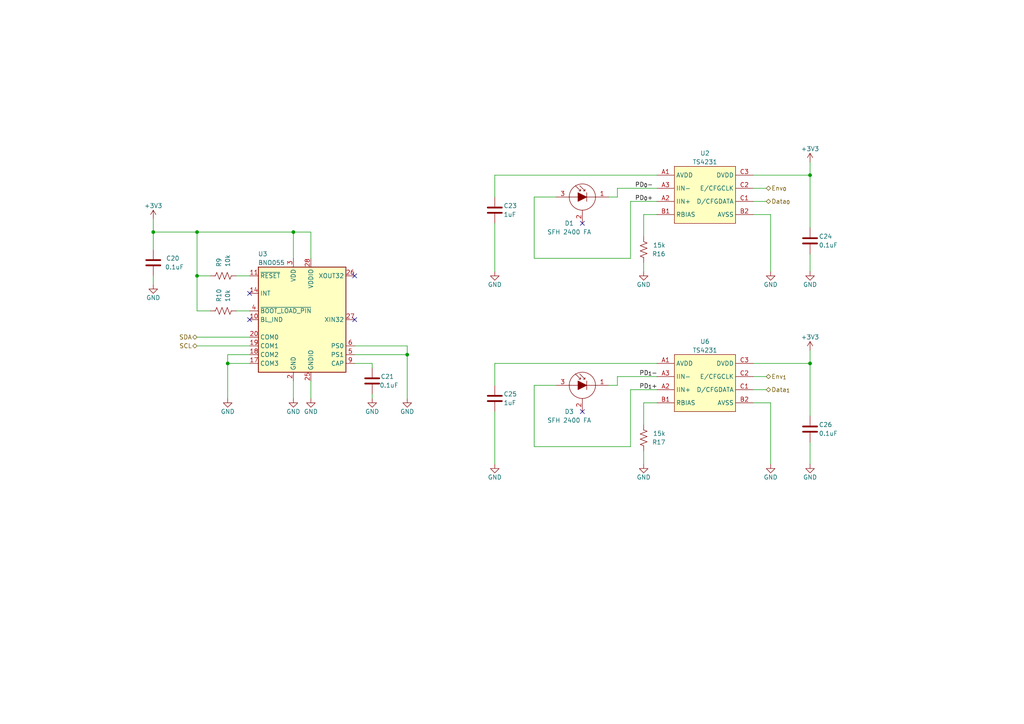
<source format=kicad_sch>
(kicad_sch (version 20231120) (generator "eeschema") (generator_version "8.0")
  (paper "A4")
  (title_block (title "Headstage-16Stim") (rev "B") (company "Open Ephys, Inc") (comment 1 "Jonathan P. Newman"))
  (lib_symbols
    (symbol "Device:C" (pin_numbers hide) (pin_names (offset 0.254))
      (property "Reference" "C" (at 0.635 2.54 0))
      (property "Value" "C" (at 0.635 -2.54 0))
      (symbol "C_0_1"
        (polyline (pts (xy -2.032 -0.762) (xy 2.032 -0.762)) (stroke (width 0.508)))
        (polyline (pts (xy -2.032 0.762) (xy 2.032 0.762)) (stroke (width 0.508)))
      )
      (symbol "C_1_1"
        (pin passive line (at 0 3.81 270) (length 2.794) (name "~") (number "1"))
        (pin passive line (at 0 -3.81 90) (length 2.794) (name "~") (number "2"))
      )
    )
    (symbol "Device:R_US" (pin_numbers hide) (pin_names (offset 0))
      (property "Reference" "R" (at 2.54 0 90))
      (property "Value" "R_US" (at -2.54 0 90))
      (symbol "R_US_0_1"
        (polyline (pts (xy 0 -2.286) (xy 0 -2.54)))
        (polyline (pts (xy 0 2.286) (xy 0 2.54)))
        (polyline (pts (xy 0 -0.762) (xy 1.016 -1.143) (xy 0 -1.524) (xy -1.016 -1.905) (xy 0 -2.286)))
        (polyline (pts (xy 0 0.762) (xy 1.016 0.381) (xy 0 0) (xy -1.016 -0.381) (xy 0 -0.762)))
        (polyline (pts (xy 0 2.286) (xy 1.016 1.905) (xy 0 1.524) (xy -1.016 1.143) (xy 0 0.762)))
      )
      (symbol "R_US_1_1"
        (pin passive line (at 0 3.81 270) (length 1.27) (name "~") (number "1"))
        (pin passive line (at 0 -3.81 90) (length 1.27) (name "~") (number "2"))
      )
    )
    (symbol "Sensor_Motion:BNO055"
      (property "Reference" "U" (at -11.43 16.51 0))
      (property "Value" "BNO055" (at 12.7 16.51 0))
      (symbol "BNO055_0_1"
        (rectangle (start -12.7 15.24) (end 12.7 -15.24) (stroke (width 0.254)) (fill (type background)))
      )
      (symbol "BNO055_1_1"
        (pin no_connect line (at -12.7 10.16 0) (length 2.54) hide (name "PIN1") (number "1"))
        (pin output line (at -15.24 0 0) (length 2.54) (name "BL_IND") (number "10"))
        (pin input line (at -15.24 12.7 0) (length 2.54) (name "~{RESET}") (number "11"))
        (pin no_connect line (at 12.7 10.16 180) (length 2.54) hide (name "PIN12") (number "12"))
        (pin no_connect line (at 12.7 7.62 180) (length 2.54) hide (name "PIN13") (number "13"))
        (pin output line (at -15.24 7.62 0) (length 2.54) (name "INT") (number "14"))
        (pin passive line (at 2.54 -17.78 90) (length 2.54) hide (name "GNDIO") (number "15"))
        (pin passive line (at 2.54 -17.78 90) (length 2.54) hide (name "GNDIO") (number "16"))
        (pin input line (at -15.24 -12.7 0) (length 2.54) (name "COM3") (number "17"))
        (pin bidirectional line (at -15.24 -10.16 0) (length 2.54) (name "COM2") (number "18"))
        (pin bidirectional line (at -15.24 -7.62 0) (length 2.54) (name "COM1") (number "19"))
        (pin power_in line (at -2.54 -17.78 90) (length 2.54) (name "GND") (number "2"))
        (pin bidirectional line (at -15.24 -5.08 0) (length 2.54) (name "COM0") (number "20"))
        (pin no_connect line (at 12.7 5.08 180) (length 2.54) hide (name "PIN21") (number "21"))
        (pin no_connect line (at 12.7 2.54 180) (length 2.54) hide (name "PIN22") (number "22"))
        (pin no_connect line (at 12.7 -2.54 180) (length 2.54) hide (name "PIN23") (number "23"))
        (pin no_connect line (at 12.7 -5.08 180) (length 2.54) hide (name "PIN24") (number "24"))
        (pin power_in line (at 2.54 -17.78 90) (length 2.54) (name "GNDIO") (number "25"))
        (pin output line (at 15.24 12.7 180) (length 2.54) (name "XOUT32") (number "26"))
        (pin input line (at 15.24 0 180) (length 2.54) (name "XIN32") (number "27"))
        (pin power_in line (at 2.54 17.78 270) (length 2.54) (name "VDDIO") (number "28"))
        (pin power_in line (at -2.54 17.78 270) (length 2.54) (name "VDD") (number "3"))
        (pin input line (at -15.24 2.54 0) (length 2.54) (name "~{BOOT_LOAD_PIN}") (number "4"))
        (pin input line (at 15.24 -10.16 180) (length 2.54) (name "PS1") (number "5"))
        (pin input line (at 15.24 -7.62 180) (length 2.54) (name "PS0") (number "6"))
        (pin no_connect line (at -12.7 5.08 0) (length 2.54) hide (name "PIN7") (number "7"))
        (pin no_connect line (at -12.7 -2.54 0) (length 2.54) hide (name "PIN8") (number "8"))
        (pin passive line (at 15.24 -12.7 180) (length 2.54) (name "CAP") (number "9"))
      )
    )
    (symbol "Sensor_Optical:S5973" (pin_names (offset 0.254) hide)
      (property "Reference" "D" (at 2.54 -5.08 0))
      (property "Value" "S5973" (at 5.08 5.08 0))
      (symbol "S5973_0_0"
        (pin passive line (at 0 -7.62 90) (length 3.81) (name "C") (number "2"))
      )
      (symbol "S5973_0_1"
        (polyline (pts (xy -1.27 0) (xy -3.81 0)))
        (polyline (pts (xy -1.27 1.27) (xy -1.27 -1.27)) (stroke (width 0.1524)))
        (polyline (pts (xy -0.762 1.778) (xy -0.254 1.778)))
        (polyline (pts (xy 3.81 0) (xy 1.27 0)))
        (polyline (pts (xy 0.762 3.302) (xy -0.762 1.778) (xy -0.762 2.286)))
        (polyline (pts (xy -1.27 0) (xy 1.27 1.27) (xy 1.27 -1.27) (xy -1.27 0)) (fill (type outline)))
        (polyline (pts (xy 2.032 3.302) (xy 0.508 1.778) (xy 0.508 2.286) (xy 0.508 1.778) (xy 1.016 1.778)))
        (circle (center 0 0) (radius 3.81))
      )
      (symbol "S5973_1_1"
        (pin passive line (at -7.62 0 0) (length 3.81) (name "K") (number "1"))
        (pin passive line (at 7.62 0 180) (length 3.81) (name "A") (number "3"))
      )
    )
    (symbol "jonnew:TS4231"
      (property "Reference" "U" (at 0 12.7 0))
      (property "Value" "TS4231" (at 0 10.16 0))
      (symbol "TS4231_0_1"
        (rectangle (start -8.89 8.89) (end 8.89 -7.62) (stroke (width 0.1524)) (fill (type background)))
      )
      (symbol "TS4231_1_1"
        (pin passive line (at -13.97 6.35 0) (length 5.08) (name "AVDD") (number "A1"))
        (pin input line (at -13.97 -1.27 0) (length 5.08) (name "IIN+") (number "A2"))
        (pin input line (at -13.97 2.54 0) (length 5.08) (name "IIN-") (number "A3"))
        (pin passive line (at -13.97 -5.08 0) (length 5.08) (name "RBIAS") (number "B1"))
        (pin power_in line (at 13.97 -5.08 180) (length 5.08) (name "AVSS") (number "B2"))
        (pin passive line (at 13.97 -5.08 180) (length 5.08) hide (name "AVSS") (number "B3"))
        (pin input line (at 13.97 -1.27 180) (length 5.08) (name "D/CFGDATA") (number "C1"))
        (pin input line (at 13.97 2.54 180) (length 5.08) (name "E/CFGCLK") (number "C2"))
        (pin power_in line (at 13.97 6.35 180) (length 5.08) (name "DVDD") (number "C3"))
      )
    )
    (symbol "power:+3.3V" (power) (pin_names (offset 0))
      (property "Value" "+3.3V" (at 0 3.556 0))
      (symbol "+3.3V_0_1"
        (polyline (pts (xy -0.762 1.27) (xy 0 2.54)))
        (polyline (pts (xy 0 0) (xy 0 2.54)))
        (polyline (pts (xy 0 2.54) (xy 0.762 1.27)))
      )
      (symbol "+3.3V_1_1"
        (pin power_in line (at 0 0 90) (length 0) hide (name "+3V3") (number "1"))
      )
    )
    (symbol "power:GND" (power) (pin_names (offset 0))
      (property "Value" "GND" (at 0 -3.81 0))
      (symbol "GND_0_1"
        (polyline (pts (xy 0 0) (xy 0 -1.27) (xy 1.27 -1.27) (xy 0 -2.54) (xy -1.27 -1.27) (xy 0 -1.27)))
      )
      (symbol "GND_1_1"
        (pin power_in line (at 0 0 270) (length 0) hide (name "GND") (number "1"))
      )
    )
  )
  (junction (at 57.15 80.01))
  (junction (at 66.04 105.41))
  (junction (at 57.15 67.31))
  (junction (at 118.11 102.87))
  (junction (at 234.95 50.8))
  (junction (at 85.09 67.31))
  (junction (at 234.95 105.41))
  (junction (at 44.45 67.31))
  (no_connect (at 102.87 80.01))
  (no_connect (at 102.87 92.71))
  (no_connect (at 72.39 92.71))
  (no_connect (at 72.39 85.09))
  (no_connect (at 168.91 64.77))
  (no_connect (at 168.91 119.38))
  (wire (pts (xy 186.69 78.74) (xy 186.69 76.2)))
  (wire (pts (xy 218.44 113.03) (xy 222.25 113.03)))
  (wire (pts (xy 186.69 62.23) (xy 190.5 62.23)))
  (wire (pts (xy 179.07 109.22) (xy 179.07 111.76)))
  (wire (pts (xy 223.52 62.23) (xy 223.52 78.74)))
  (wire (pts (xy 186.69 134.62) (xy 186.69 130.81)))
  (wire (pts (xy 118.11 115.57) (xy 118.11 102.87)))
  (wire (pts (xy 102.87 100.33) (xy 118.11 100.33)))
  (wire (pts (xy 118.11 102.87) (xy 118.11 100.33)))
  (wire (pts (xy 182.88 113.03) (xy 190.5 113.03)))
  (wire (pts (xy 154.94 111.76) (xy 161.29 111.76)))
  (wire (pts (xy 218.44 109.22) (xy 222.25 109.22)))
  (wire (pts (xy 190.5 54.61) (xy 179.07 54.61)))
  (wire (pts (xy 218.44 62.23) (xy 223.52 62.23)))
  (wire (pts (xy 143.51 64.77) (xy 143.51 78.74)))
  (wire (pts (xy 85.09 67.31) (xy 90.17 67.31)))
  (wire (pts (xy 143.51 57.15) (xy 143.51 50.8)))
  (wire (pts (xy 57.15 67.31) (xy 57.15 80.01)))
  (wire (pts (xy 60.96 80.01) (xy 57.15 80.01)))
  (wire (pts (xy 182.88 74.93) (xy 182.88 58.42)))
  (wire (pts (xy 57.15 67.31) (xy 85.09 67.31)))
  (wire (pts (xy 102.87 102.87) (xy 118.11 102.87)))
  (wire (pts (xy 179.07 54.61) (xy 179.07 57.15)))
  (wire (pts (xy 186.69 68.58) (xy 186.69 62.23)))
  (wire (pts (xy 179.07 109.22) (xy 190.5 109.22)))
  (wire (pts (xy 234.95 128.27) (xy 234.95 134.62)))
  (wire (pts (xy 154.94 74.93) (xy 154.94 57.15)))
  (wire (pts (xy 154.94 129.54) (xy 182.88 129.54)))
  (wire (pts (xy 102.87 105.41) (xy 107.95 105.41)))
  (wire (pts (xy 107.95 105.41) (xy 107.95 106.68)))
  (wire (pts (xy 57.15 80.01) (xy 57.15 90.17)))
  (wire (pts (xy 60.96 90.17) (xy 57.15 90.17)))
  (wire (pts (xy 66.04 102.87) (xy 66.04 105.41)))
  (wire (pts (xy 72.39 102.87) (xy 66.04 102.87)))
  (wire (pts (xy 234.95 73.66) (xy 234.95 78.74)))
  (wire (pts (xy 85.09 74.93) (xy 85.09 67.31)))
  (wire (pts (xy 44.45 67.31) (xy 57.15 67.31)))
  (wire (pts (xy 44.45 67.31) (xy 44.45 72.39)))
  (wire (pts (xy 218.44 50.8) (xy 234.95 50.8)))
  (wire (pts (xy 182.88 58.42) (xy 190.5 58.42)))
  (wire (pts (xy 143.51 105.41) (xy 190.5 105.41)))
  (wire (pts (xy 143.51 50.8) (xy 190.5 50.8)))
  (wire (pts (xy 234.95 50.8) (xy 234.95 66.04)))
  (wire (pts (xy 68.58 80.01) (xy 72.39 80.01)))
  (wire (pts (xy 143.51 111.76) (xy 143.51 105.41)))
  (wire (pts (xy 90.17 74.93) (xy 90.17 67.31)))
  (wire (pts (xy 223.52 116.84) (xy 223.52 134.62)))
  (wire (pts (xy 234.95 105.41) (xy 234.95 120.65)))
  (wire (pts (xy 154.94 111.76) (xy 154.94 129.54)))
  (wire (pts (xy 176.53 111.76) (xy 179.07 111.76)))
  (wire (pts (xy 186.69 116.84) (xy 190.5 116.84)))
  (wire (pts (xy 72.39 97.79) (xy 57.15 97.79)))
  (wire (pts (xy 44.45 80.01) (xy 44.45 82.55)))
  (wire (pts (xy 143.51 119.38) (xy 143.51 134.62)))
  (wire (pts (xy 218.44 58.42) (xy 222.25 58.42)))
  (wire (pts (xy 154.94 57.15) (xy 161.29 57.15)))
  (wire (pts (xy 218.44 54.61) (xy 222.25 54.61)))
  (wire (pts (xy 234.95 101.6) (xy 234.95 105.41)))
  (wire (pts (xy 90.17 110.49) (xy 90.17 115.57)))
  (wire (pts (xy 57.15 100.33) (xy 72.39 100.33)))
  (wire (pts (xy 68.58 90.17) (xy 72.39 90.17)))
  (wire (pts (xy 186.69 123.19) (xy 186.69 116.84)))
  (wire (pts (xy 218.44 105.41) (xy 234.95 105.41)))
  (wire (pts (xy 234.95 46.99) (xy 234.95 50.8)))
  (wire (pts (xy 218.44 116.84) (xy 223.52 116.84)))
  (wire (pts (xy 44.45 63.5) (xy 44.45 67.31)))
  (wire (pts (xy 85.09 110.49) (xy 85.09 115.57)))
  (wire (pts (xy 107.95 114.3) (xy 107.95 115.57)))
  (wire (pts (xy 182.88 129.54) (xy 182.88 113.03)))
  (wire (pts (xy 154.94 74.93) (xy 182.88 74.93)))
  (wire (pts (xy 176.53 57.15) (xy 179.07 57.15)))
  (wire (pts (xy 66.04 105.41) (xy 66.04 115.57)))
  (wire (pts (xy 72.39 105.41) (xy 66.04 105.41)))
  (label "PD_{1}-" (at 185.42 109.22 0))
  (label "PD_{1}+" (at 185.42 113.03 0))
  (label "PD_{0}+" (at 184.15 58.42 0))
  (label "PD_{0}-" (at 184.15 54.61 0))
  (hierarchical_label "SCL" (shape bidirectional) (at 57.15 100.33 180))
  (hierarchical_label "Env_{0}" (shape bidirectional) (at 222.25 54.61 0))
  (hierarchical_label "Data_{0}" (shape bidirectional) (at 222.25 58.42 0))
  (hierarchical_label "Data_{1}" (shape bidirectional) (at 222.25 113.03 0))
  (hierarchical_label "Env_{1}" (shape bidirectional) (at 222.25 109.22 0))
  (hierarchical_label "SDA" (shape bidirectional) (at 57.15 97.79 180))
  (symbol (lib_id "power:GND") (at 186.69 134.62 0) (unit 1)
    (property "Reference" "#PWR0165" (effects (hide yes)))
    (property "Value" "GND" (at 186.69 138.43 0))
  )
  (symbol (lib_id "Sensor_Optical:S5973") (at 168.91 57.15 0) (mirror y) (unit 1)
    (property "Reference" "D1" (at 165.1 64.77 0))
    (property "Value" "SFH 2400 FA" (at 165.1 67.31 0))
    (property "Footprint" "jonnew:OSRAM_SFH2400FA-Tight" (effects (hide yes)))
    (property "Datasheet" "https://www.hamamatsu.com/resources/pdf/ssd/s5971_etc_kpin1025e.pdf" (effects (hide yes)))
  )
  (symbol (lib_id "power:GND") (at 44.45 82.55 0) (unit 1)
    (property "Reference" "#PWR0170" (effects (hide yes)))
    (property "Value" "GND" (at 44.45 86.36 0))
  )
  (symbol (lib_id "Device:R_US") (at 186.69 72.39 180) (unit 1)
    (property "Reference" "R16" (at 193.04 73.66 0) (effects (justify left)))
    (property "Value" "15k" (at 193.04 71.12 0) (effects (justify left)))
    (property "Footprint" "Resistor_SMD:R_0201_0603Metric" (effects (hide yes)))
  )
  (symbol (lib_id "Device:R_US") (at 64.77 80.01 90) (unit 1)
    (property "Reference" "R9" (at 63.5 77.47 0) (effects (justify left)))
    (property "Value" "10k" (at 66.04 77.47 0) (effects (justify left)))
    (property "Footprint" "Resistor_SMD:R_0201_0603Metric" (effects (hide yes)))
  )
  (symbol (lib_id "Device:C") (at 234.95 124.46 0) (mirror x) (unit 1)
    (property "Reference" "C26" (at 237.49 123.19 0) (effects (justify left)))
    (property "Value" "0.1uF" (at 237.49 125.73 0) (effects (justify left)))
    (property "Footprint" "Capacitor_SMD:C_0201_0603Metric" (effects (hide yes)))
    (property "TempCo" "X7R" (effects (hide yes)))
    (property "Voltage" "16V" (effects (hide yes)))
  )
  (symbol (lib_id "power:GND") (at 223.52 134.62 0) (unit 1)
    (property "Reference" "#PWR0118" (effects (hide yes)))
    (property "Value" "GND" (at 223.52 138.43 0))
  )
  (symbol (lib_id "Device:C") (at 107.95 110.49 180) (unit 1)
    (property "Reference" "C21" (at 114.3 109.22 0) (effects (justify left)))
    (property "Value" "0.1uF" (at 115.57 111.76 0) (effects (justify left)))
    (property "Footprint" "Capacitor_SMD:C_0201_0603Metric" (effects (hide yes)))
    (property "TempCo" "X7R" (effects (hide yes)))
    (property "Voltage" "16V" (effects (hide yes)))
  )
  (symbol (lib_id "power:GND") (at 234.95 134.62 0) (unit 1)
    (property "Reference" "#PWR0119" (effects (hide yes)))
    (property "Value" "GND" (at 234.95 138.43 0))
  )
  (symbol (lib_id "Device:C") (at 143.51 60.96 0) (unit 1)
    (property "Reference" "C23" (at 146.05 59.69 0) (effects (justify left)))
    (property "Value" "1uF" (at 146.05 62.23 0) (effects (justify left)))
    (property "Footprint" "Capacitor_SMD:C_0402_1005Metric" (effects (hide yes)))
    (property "TempCo" "X5R" (effects (hide yes)))
    (property "Voltage" "16V" (effects (hide yes)))
  )
  (symbol (lib_id "power:+3.3V") (at 234.95 46.99 0) (mirror y) (unit 1)
    (property "Reference" "#PWR0152" (effects (hide yes)))
    (property "Value" "+3V3" (at 234.95 43.18 0))
  )
  (symbol (lib_id "power:+3.3V") (at 44.45 63.5 0) (unit 1)
    (property "Reference" "#PWR0168" (effects (hide yes)))
    (property "Value" "+3V3" (at 44.45 59.69 0))
  )
  (symbol (lib_id "power:GND") (at 143.51 78.74 0) (unit 1)
    (property "Reference" "#PWR0154" (effects (hide yes)))
    (property "Value" "GND" (at 143.51 82.55 0))
  )
  (symbol (lib_id "power:GND") (at 107.95 115.57 0) (unit 1)
    (property "Reference" "#PWR0110" (effects (hide yes)))
    (property "Value" "GND" (at 107.95 119.38 0))
  )
  (symbol (lib_id "Sensor_Motion:BNO055") (at 87.63 92.71 0) (unit 1)
    (property "Reference" "U3" (at 76.2 73.66 0))
    (property "Value" "BNO055" (at 78.74 76.2 0))
    (property "Footprint" "Package_LGA:LGA-28_5.2x3.8mm_P0.5mm" (effects (hide yes)))
    (property "Datasheet" "https://ae-bst.resource.bosch.com/media/_tech/media/datasheets/BST_BNO055_DS000_14.pdf" (effects (hide yes)))
  )
  (symbol (lib_id "jonnew:TS4231") (at 204.47 57.15 0) (unit 1)
    (property "Reference" "U2" (at 204.47 44.45 0))
    (property "Value" "TS4231" (at 204.47 46.99 0))
    (property "Footprint" "jonnew:TRIAD_BGA-9_3x3_1.7x1.7mm" (effects (hide yes)))
  )
  (symbol (lib_id "Device:R_US") (at 186.69 127 180) (unit 1)
    (property "Reference" "R17" (at 193.04 128.27 0) (effects (justify left)))
    (property "Value" "15k" (at 193.04 125.73 0) (effects (justify left)))
    (property "Footprint" "Resistor_SMD:R_0201_0603Metric" (effects (hide yes)))
  )
  (symbol (lib_id "Device:C") (at 234.95 69.85 0) (mirror x) (unit 1)
    (property "Reference" "C24" (at 237.49 68.58 0) (effects (justify left)))
    (property "Value" "0.1uF" (at 237.49 71.12 0) (effects (justify left)))
    (property "Footprint" "Capacitor_SMD:C_0201_0603Metric" (effects (hide yes)))
    (property "TempCo" "X7R" (effects (hide yes)))
    (property "Voltage" "16V" (effects (hide yes)))
  )
  (symbol (lib_id "power:GND") (at 85.09 115.57 0) (unit 1)
    (property "Reference" "#PWR0116" (effects (hide yes)))
    (property "Value" "GND" (at 85.09 119.38 0))
  )
  (symbol (lib_id "power:GND") (at 234.95 78.74 0) (unit 1)
    (property "Reference" "#PWR0149" (effects (hide yes)))
    (property "Value" "GND" (at 234.95 82.55 0))
  )
  (symbol (lib_id "power:GND") (at 90.17 115.57 0) (unit 1)
    (property "Reference" "#PWR0117" (effects (hide yes)))
    (property "Value" "GND" (at 90.17 119.38 0))
  )
  (symbol (lib_id "Sensor_Optical:S5973") (at 168.91 111.76 0) (mirror y) (unit 1)
    (property "Reference" "D3" (at 165.1 119.38 0))
    (property "Value" "SFH 2400 FA" (at 165.1 121.92 0))
    (property "Footprint" "jonnew:OSRAM_SFH2400FA-Tight" (effects (hide yes)))
    (property "Datasheet" "https://www.hamamatsu.com/resources/pdf/ssd/s5971_etc_kpin1025e.pdf" (effects (hide yes)))
  )
  (symbol (lib_id "Device:C") (at 44.45 76.2 180) (unit 1)
    (property "Reference" "C20" (at 52.07 74.93 0) (effects (justify left)))
    (property "Value" "0.1uF" (at 53.34 77.47 0) (effects (justify left)))
    (property "Footprint" "Capacitor_SMD:C_0201_0603Metric" (effects (hide yes)))
    (property "TempCo" "X7R" (effects (hide yes)))
    (property "Voltage" "16V" (effects (hide yes)))
  )
  (symbol (lib_id "power:GND") (at 66.04 115.57 0) (unit 1)
    (property "Reference" "#PWR0115" (effects (hide yes)))
    (property "Value" "GND" (at 66.04 119.38 0))
  )
  (symbol (lib_id "power:GND") (at 223.52 78.74 0) (unit 1)
    (property "Reference" "#PWR0151" (effects (hide yes)))
    (property "Value" "GND" (at 223.52 82.55 0))
  )
  (symbol (lib_id "jonnew:TS4231") (at 204.47 111.76 0) (unit 1)
    (property "Reference" "U6" (at 204.47 99.06 0))
    (property "Value" "TS4231" (at 204.47 101.6 0))
    (property "Footprint" "jonnew:TRIAD_BGA-9_3x3_1.7x1.7mm" (effects (hide yes)))
  )
  (symbol (lib_id "power:GND") (at 118.11 115.57 0) (unit 1)
    (property "Reference" "#PWR0113" (effects (hide yes)))
    (property "Value" "GND" (at 118.11 119.38 0))
  )
  (symbol (lib_id "Device:C") (at 143.51 115.57 0) (unit 1)
    (property "Reference" "C25" (at 146.05 114.3 0) (effects (justify left)))
    (property "Value" "1uF" (at 146.05 116.84 0) (effects (justify left)))
    (property "Footprint" "Capacitor_SMD:C_0402_1005Metric" (effects (hide yes)))
    (property "TempCo" "X5R" (effects (hide yes)))
    (property "Voltage" "16V" (effects (hide yes)))
  )
  (symbol (lib_id "power:GND") (at 143.51 134.62 0) (unit 1)
    (property "Reference" "#PWR0166" (effects (hide yes)))
    (property "Value" "GND" (at 143.51 138.43 0))
  )
  (symbol (lib_id "Device:R_US") (at 64.77 90.17 90) (unit 1)
    (property "Reference" "R10" (at 63.5 87.63 0) (effects (justify left)))
    (property "Value" "10k" (at 66.04 87.63 0) (effects (justify left)))
    (property "Footprint" "Resistor_SMD:R_0201_0603Metric" (effects (hide yes)))
  )
  (symbol (lib_id "power:+3.3V") (at 234.95 101.6 0) (mirror y) (unit 1)
    (property "Reference" "#PWR0153" (effects (hide yes)))
    (property "Value" "+3V3" (at 234.95 97.79 0))
  )
  (symbol (lib_id "power:GND") (at 186.69 78.74 0) (unit 1)
    (property "Reference" "#PWR0167" (effects (hide yes)))
    (property "Value" "GND" (at 186.69 82.55 0))
  )
)
</source>
